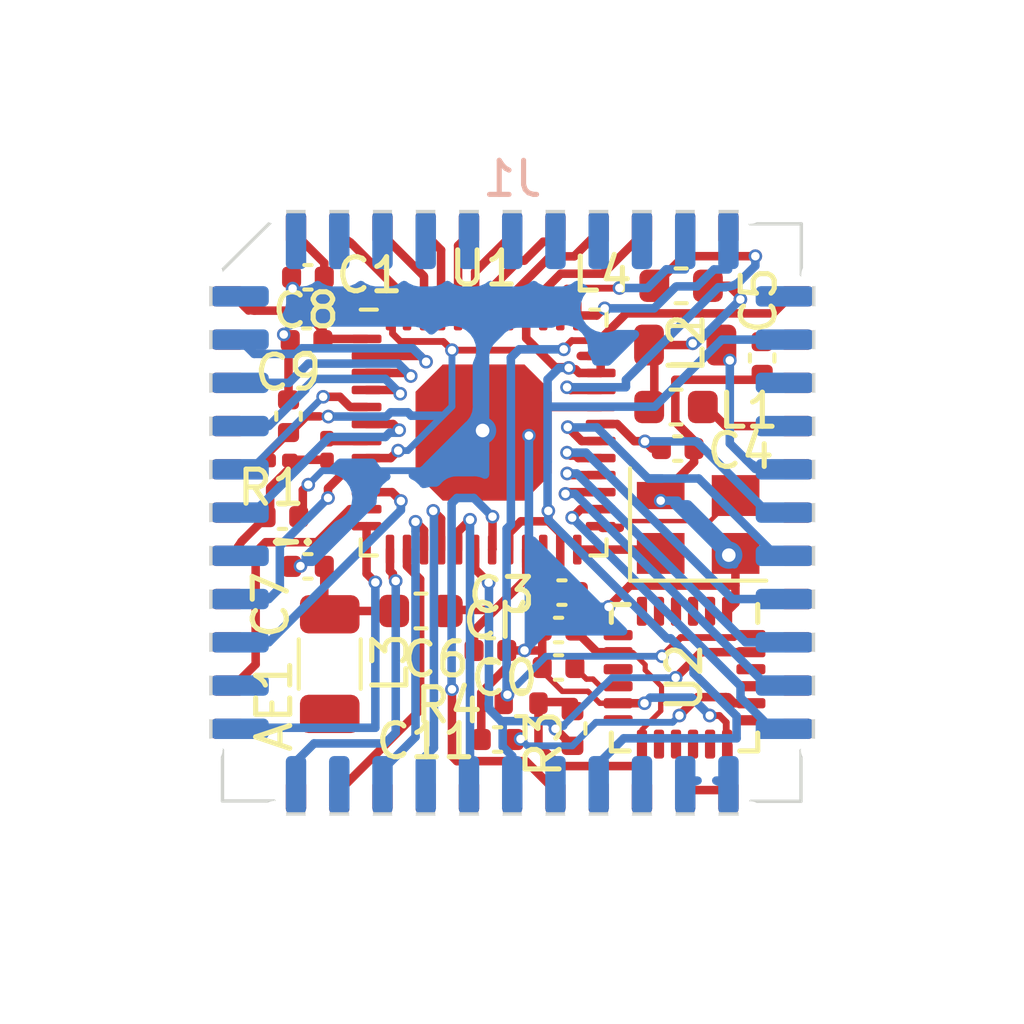
<source format=kicad_pcb>
(kicad_pcb (version 20210424) (generator pcbnew)
  (layers (0 "F.Cu" signal) (31 "B.Cu" signal) (34 "B.Paste" user) (35 "F.Paste" user) (36 "B.SilkS" user "B.Silkscreen") (37 "F.SilkS" user "F.Silkscreen") (38 "B.Mask" user) (39 "F.Mask" user) (44 "Edge.Cuts" user))
  (net 0 "")
  (net 1 "Net-(AE1-Pad1)")
  (net 2 "GND")
  (net 3 "/+3.3v")
  (net 4 "/RST")
  (net 5 "/FB")
  (net 6 "/PA15")
  (net 7 "/PA14")
  (net 8 "/PA13")
  (net 9 "/D+")
  (net 10 "/D-")
  (net 11 "/PA10")
  (net 12 "/10uh")
  (net 13 "/2.2uh")
  (net 14 "/PE4")
  (net 15 "/PB1")
  (net 16 "/PB0")
  (net 17 "/AT1")
  (net 18 "/AT0")
  (net 19 "/PB2")
  (net 20 "/PA9")
  (net 21 "/PA8")
  (net 22 "/PA7")
  (net 23 "/PA6")
  (net 24 "/PA5")
  (net 25 "/PA4")
  (net 26 "/PA3")
  (net 27 "/PA2")
  (net 28 "/PA1")
  (net 29 "/PA0")
  (net 30 "/PB9")
  (net 31 "/PB8")
  (net 32 "/PH3")
  (net 33 "/PC15")
  (net 34 "/PC14")
  (net 35 "/VBAT")
  (net 36 "/PB7")
  (net 37 "/PB6")
  (net 38 "/PB5")
  (net 39 "/PB4")
  (net 40 "/PB3")
  (net 41 "Net-(L1-Pad1)")
  (net 42 "Net-(R2-Pad2)")
  (net 43 "Net-(U1-Pad25)")
  (net 44 "Net-(U1-Pad24)")
  (net 45 "Net-(C11-Pad1)")
  (net 46 "Net-(C12-Pad1)")
  (net 47 "Net-(C6-Pad2)")
  (net 48 "/i2c_pull")
  (net 49 "Net-(L4-Pad1)")
  (net 50 "Net-(U2-Pad12)")
  (net 51 "Net-(U2-Pad9)")
  (net 52 "Net-(U2-Pad7)")
  (net 53 "Net-(U2-Pad6)")
  (footprint "MountingHole:MountingHole_2.1mm" (layer "F.Cu") (at 152.25 137.37)
    (fp_text reference "REF**")
    (fp_text value "MountingHole_2.1mm")
  )
  (footprint "Capacitor_SMD:C_0402_1005Metric" (layer "F.Cu") (at 140.5 123.5 180)
    (fp_text reference "C8")
    (fp_text value "100nf")
  )
  (footprint "MountingHole:MountingHole_2.1mm" (layer "F.Cu") (at 155.37 124.1 90)
    (fp_text reference "REF**")
    (fp_text value "MountingHole_2.1mm")
  )
  (footprint "MountingHole:MountingHole_2.1mm" (layer "F.Cu") (at 137.68 134.27 90)
    (fp_text reference "REF**")
    (fp_text value "MountingHole_2.1mm")
  )
  (footprint "MountingHole:MountingHole_2.1mm" (layer "F.Cu") (at 144.63 119.71)
    (fp_text reference "REF**")
    (fp_text value "MountingHole_2.1mm")
  )
  (footprint "MountingHole:MountingHole_2.1mm" (layer "F.Cu") (at 140.82 119.71)
    (fp_text reference "REF**")
    (fp_text value "MountingHole_2.1mm")
  )
  (footprint "Capacitor_SMD:C_0201_0603Metric" (layer "F.Cu") (at 139.69 127.02)
    (fp_text reference "R1")
    (fp_text value "10K")
  )
  (footprint "Capacitor_SMD:C_0402_1005Metric" (layer "F.Cu") (at 139.79 128.67)
    (fp_text reference "C2")
    (fp_text value "100nf")
  )
  (footprint "Inductor_SMD:L_0603_1608Metric" (layer "F.Cu") (at 143.86 131.44)
    (fp_text reference "L3")
    (fp_text value "2.2nh")
  )
  (footprint "Inductor_SMD:L_0603_1608Metric" (layer "F.Cu") (at 151.35 125.45)
    (fp_text reference "L1")
    (fp_text value "10uh")
  )
  (footprint "MountingHole:MountingHole_2.1mm" (layer "F.Cu") (at 155.37 127.92 90)
    (fp_text reference "REF**")
    (fp_text value "MountingHole_2.1mm")
  )
  (footprint "MountingHole:MountingHole_2.1mm" (layer "F.Cu") (at 150.99 137.37)
    (fp_text reference "REF**")
    (fp_text value "MountingHole_2.1mm")
  )
  (footprint "MountingHole:MountingHole_2.1mm" (layer "F.Cu") (at 150.99 119.71)
    (fp_text reference "REF**")
    (fp_text value "MountingHole_2.1mm")
  )
  (footprint "MountingHole:MountingHole_2.1mm" (layer "F.Cu") (at 148.44 119.71)
    (fp_text reference "REF**")
    (fp_text value "MountingHole_2.1mm")
  )
  (footprint "Package_LCC:PLCC-44_16.6x16.6mm_P1.27mm" (layer "F.Cu") (at 146.54 128.55)
    (fp_text reference "J1")
    (fp_text value "Conn_02x22_Counter_Clockwise")
  )
  (footprint "MountingHole:MountingHole_2.1mm" (layer "F.Cu") (at 137.68 132.99 90)
    (fp_text reference "REF**")
    (fp_text value "MountingHole_2.1mm")
  )
  (footprint "MountingHole:MountingHole_2.1mm" (layer "F.Cu") (at 155.37 129.18 90)
    (fp_text reference "REF**")
    (fp_text value "MountingHole_2.1mm")
  )
  (footprint "Capacitor_SMD:C_0402_1005Metric" (layer "F.Cu") (at 147.9 132)
    (fp_text reference "CΙ'")
    (fp_text value "10nf")
  )
  (footprint "MountingHole:MountingHole_2.1mm" (layer "F.Cu") (at 137.68 135.54 90)
    (fp_text reference "REF**")
    (fp_text value "MountingHole_2.1mm")
  )
  (footprint "Capacitor_SMD:C_0402_1005Metric" (layer "F.Cu") (at 140.54 130.13 180)
    (fp_text reference "C7")
    (fp_text value "1pf")
  )
  (footprint "MountingHole:MountingHole_2.1mm" (layer "F.Cu") (at 137.68 130.46 90)
    (fp_text reference "REF**")
    (fp_text value "MountingHole_2.1mm")
  )
  (footprint "MountingHole:MountingHole_2.1mm" (layer "F.Cu") (at 153.54 137.38)
    (fp_text reference "REF**")
    (fp_text value "MountingHole_2.1mm")
  )
  (footprint "Resistor_SMD:R_0402_1005Metric" (layer "F.Cu") (at 146.8 134.15 180)
    (fp_text reference "R4")
    (fp_text value "4.7k")
  )
  (footprint "MountingHole:MountingHole_2.1mm" (layer "F.Cu") (at 147.17 137.37)
    (fp_text reference "REF**")
    (fp_text value "MountingHole_2.1mm")
  )
  (footprint "Capacitor_SMD:C_0402_1005Metric" (layer "F.Cu") (at 153.88 124.01 -90)
    (fp_text reference "C5")
    (fp_text value "100nf")
  )
  (footprint "MountingHole:MountingHole_2.1mm" (layer "F.Cu") (at 139.55 119.71)
    (fp_text reference "REF**")
    (fp_text value "MountingHole_2.1mm")
  )
  (footprint "Inductor_SMD:L_0603_1608Metric" (layer "F.Cu") (at 151.5 121.89)
    (fp_text reference "L4")
    (fp_text value "10nh")
  )
  (footprint "MountingHole:MountingHole_2.1mm" (layer "F.Cu") (at 155.37 126.65 90)
    (fp_text reference "REF**")
    (fp_text value "MountingHole_2.1mm")
  )
  (footprint "MountingHole:MountingHole_2.1mm" (layer "F.Cu") (at 137.68 122.84 90)
    (fp_text reference "REF**")
    (fp_text value "MountingHole_2.1mm")
  )
  (footprint "Resistor_SMD:R_0402_1005Metric" (layer "F.Cu") (at 148.31 134.89 90)
    (fp_text reference "R3")
    (fp_text value "4.7k")
  )
  (footprint "Capacitor_SMD:C_0402_1005Metric" (layer "F.Cu") (at 151.4 126.67)
    (fp_text reference "C4")
    (fp_text value "4.7uf")
  )
  (footprint "Sensor_Motion:InvenSense_QFN-24_4x4mm_P0.5mm" (layer "F.Cu") (at 151.6 133.4 -90)
    (fp_text reference "U2")
    (fp_text value "MPU-6050")
  )
  (footprint "MountingHole:MountingHole_2.1mm" (layer "F.Cu") (at 142.1 119.71)
    (fp_text reference "REF**")
    (fp_text value "MountingHole_2.1mm")
  )
  (footprint "MountingHole:MountingHole_2.1mm" (layer "F.Cu") (at 137.68 131.73 90)
    (fp_text reference "REF**")
    (fp_text value "MountingHole_2.1mm")
  )
  (footprint "MountingHole:MountingHole_2.1mm" (layer "F.Cu") (at 143.36 119.71)
    (fp_text reference "REF**")
    (fp_text value "MountingHole_2.1mm")
  )
  (footprint "MountingHole:MountingHole_2.1mm" (layer "F.Cu") (at 148.44 137.37)
    (fp_text reference "REF**")
    (fp_text value "MountingHole_2.1mm")
  )
  (footprint "MountingHole:MountingHole_2.1mm" (layer "F.Cu") (at 137.68 125.38 90)
    (fp_text reference "REF**")
    (fp_text value "MountingHole_2.1mm")
  )
  (footprint "MountingHole:MountingHole_2.1mm" (layer "F.Cu") (at 145.91 137.37)
    (fp_text reference "REF**")
    (fp_text value "MountingHole_2.1mm")
  )
  (footprint "Capacitor_SMD:C_0402_1005Metric" (layer "F.Cu") (at 140.54 121.64 180)
    (fp_text reference "C1")
    (fp_text value "100nf")
  )
  (footprint "MountingHole:MountingHole_2.1mm" (layer "F.Cu") (at 137.68 129.18 90)
    (fp_text reference "REF**")
    (fp_text value "MountingHole_2.1mm")
  )
  (footprint "MountingHole:MountingHole_2.1mm" (layer "F.Cu") (at 155.37 132.99 90)
    (fp_text reference "REF**")
    (fp_text value "MountingHole_2.1mm")
  )
  (footprint "MountingHole:MountingHole_2.1mm" (layer "F.Cu") (at 144.63 137.37)
    (fp_text reference "REF**")
    (fp_text value "MountingHole_2.1mm")
  )
  (footprint "Inductor_SMD:L_0805_2012Metric" (layer "F.Cu") (at 151.62 123.63)
    (fp_text reference "L2")
    (fp_text value "2.2uh")
  )
  (footprint "MountingHole:MountingHole_2.1mm" (layer "F.Cu") (at 147.17 119.71)
    (fp_text reference "REF**")
    (fp_text value "MountingHole_2.1mm")
  )
  (footprint "MountingHole:MountingHole_2.1mm" (layer "F.Cu") (at 153.54 119.72)
    (fp_text reference "REF**")
    (fp_text value "MountingHole_2.1mm")
  )
  (footprint "Capacitor_SMD:C_0402_1005Metric" (layer "F.Cu") (at 147.9 133.1 180)
    (fp_text reference "C0")
    (fp_text value "0.1uf")
  )
  (footprint "MountingHole:MountingHole_2.1mm" (layer "F.Cu") (at 137.69 121.55 90)
    (fp_text reference "REF**")
    (fp_text value "MountingHole_2.1mm")
  )
  (footprint "MountingHole:MountingHole_2.1mm" (layer "F.Cu") (at 137.68 127.92 90)
    (fp_text reference "REF**")
    (fp_text value "MountingHole_2.1mm")
  )
  (footprint "MountingHole:MountingHole_2.1mm" (layer "F.Cu") (at 155.38 121.55 90)
    (fp_text reference "REF**")
    (fp_text value "MountingHole_2.1mm")
  )
  (footprint "Crystal:Crystal_SMD_3225-4Pin_3.2x2.5mm" (layer "F.Cu") (at 152 128.9)
    (fp_text reference "Y1")
    (fp_text value "Crystal_GND24")
  )
  (footprint "MountingHole:MountingHole_2.1mm" (layer "F.Cu") (at 137.68 124.1 90)
    (fp_text reference "REF**")
    (fp_text value "MountingHole_2.1mm")
  )
  (footprint "MountingHole:MountingHole_2.1mm" (layer "F.Cu") (at 155.37 135.54 90)
    (fp_text reference "REF**")
    (fp_text value "MountingHole_2.1mm")
  )
  (footprint "MountingHole:MountingHole_2.1mm" (layer "F.Cu") (at 155.37 122.84 90)
    (fp_text reference "REF**")
    (fp_text value "MountingHole_2.1mm")
  )
  (footprint "Capacitor_SMD:C_0402_1005Metric" (layer "F.Cu") (at 139.97 125.72 -90)
    (fp_text reference "C9")
    (fp_text value "100nf")
  )
  (footprint "Capacitor_SMD:C_0402_1005Metric" (layer "F.Cu") (at 146.11 135.215 180)
    (fp_text reference "C11")
    (fp_text value "100nf")
  )
  (footprint "Capacitor_SMD:C_0402_1005Metric" (layer "F.Cu") (at 145.9 132.6 180)
    (fp_text reference "C6")
    (fp_text value "1.5pf")
  )
  (footprint "MountingHole:MountingHole_2.1mm" (layer "F.Cu") (at 140.82 137.37)
    (fp_text reference "REF**")
    (fp_text value "MountingHole_2.1mm")
  )
  (footprint "Package_DFN_QFN:QFN-48-1EP_7x7mm_P0.5mm_EP5.6x5.6mm" (layer "F.Cu") (at 145.7 126.2)
    (fp_text reference "U1")
    (fp_text value "STM32WB55CCU6")
  )
  (footprint "MountingHole:MountingHole_2.1mm" (layer "F.Cu") (at 137.68 126.65 90)
    (fp_text reference "REF**")
    (fp_text value "MountingHole_2.1mm")
  )
  (footprint "MountingHole:MountingHole_2.1mm" (layer "F.Cu") (at 143.36 137.37)
    (fp_text reference "REF**")
    (fp_text value "MountingHole_2.1mm")
  )
  (footprint "MountingHole:MountingHole_2.1mm" (layer "F.Cu") (at 155.37 125.38 90)
    (fp_text reference "REF**")
    (fp_text value "MountingHole_2.1mm")
  )
  (footprint "MountingHole:MountingHole_2.1mm" (layer "F.Cu") (at 155.37 134.27 90)
    (fp_text reference "REF**")
    (fp_text value "MountingHole_2.1mm")
  )
  (footprint "MountingHole:MountingHole_2.1mm" (layer "F.Cu") (at 155.37 131.73 90)
    (fp_text reference "REF**")
    (fp_text value "MountingHole_2.1mm")
  )
  (footprint "Capacitor_SMD:C_0402_1005Metric" (layer "F.Cu") (at 148 130.9 180)
    (fp_text reference "C3")
    (fp_text value "100nf")
  )
  (footprint "MountingHole:MountingHole_2.1mm" (layer "F.Cu") (at 155.37 130.46 90)
    (fp_text reference "REF**")
    (fp_text value "MountingHole_2.1mm")
  )
  (footprint "MountingHole:MountingHole_2.1mm" (layer "F.Cu") (at 142.1 137.37)
    (fp_text reference "REF**")
    (fp_text value "MountingHole_2.1mm")
  )
  (footprint "MountingHole:MountingHole_2.1mm" (layer "F.Cu") (at 149.71 119.71)
    (fp_text reference "REF**")
    (fp_text value "MountingHole_2.1mm")
  )
  (footprint "MountingHole:MountingHole_2.1mm" (layer "F.Cu") (at 145.91 119.71)
    (fp_text reference "REF**")
    (fp_text value "MountingHole_2.1mm")
  )
  (footprint "MountingHole:MountingHole_2.1mm" (layer "F.Cu") (at 149.71 137.37)
    (fp_text reference "REF**")
    (fp_text value "MountingHole_2.1mm")
  )
  (footprint "MountingHole:MountingHole_2.1mm" (layer "F.Cu") (at 152.25 119.71)
    (fp_text reference "REF**")
    (fp_text value "MountingHole_2.1mm")
  )
  (footprint "Resistor_SMD:R_0201_0603Metric" (layer "F.Cu") (at 141.1 126.7 90)
    (fp_text reference "R2")
    (fp_text value "220")
  )
  (footprint "Resistor_SMD:R_1206_3216Metric" (layer "F.Cu") (at 141.18 133 -90)
    (fp_text reference "AE1")
    (fp_text value "Antenna")
  )
  (footprint "MountingHole:MountingHole_2.1mm" (layer "F.Cu") (at 139.55 137.37)
    (fp_text reference "REF**")
    (fp_text value "MountingHole_2.1mm")
  )
  (gr_line (start 139.54 137.4) (end 139.54 137.02) (layer "Edge.Cuts") (width 0.1))
  (gr_line (start 155.03 120.07) (end 153.53 120.07) (layer "Edge.Cuts") (width 0.1))
  (gr_line (start 138.03 135.53) (end 137.69 135.53) (layer "Edge.Cuts") (width 0.1))
  (gr_line (start 139.54 137.02) (end 138.03 137.02) (layer "Edge.Cuts") (width 0.1))
  (gr_line (start 155.385 135.54) (end 155.395 121.56) (layer "Edge.Cuts") (width 0.1))
  (gr_line (start 153.55 137.4) (end 153.55 137.03) (layer "Edge.Cuts") (width 0.1))
  (gr_line (start 139.76 119.71) (end 153.53 119.71) (layer "Edge.Cuts") (width 0.1))
  (gr_line (start 153.55 137.03) (end 155.02 137.03) (layer "Edge.Cuts") (width 0.1))
  (gr_line (start 155.02 135.54) (end 155.385 135.54) (layer "Edge.Cuts") (width 0.1))
  (gr_line (start 155.02 135.54) (end 155.02 137.03) (layer "Edge.Cuts") (width 0.1))
  (gr_line (start 137.69 121.76) (end 139.76 119.71) (layer "Edge.Cuts") (width 0.1))
  (gr_line (start 155.03 121.56) (end 155.03 120.07) (layer "Edge.Cuts") (width 0.1))
  (gr_line (start 155.395 121.56) (end 155.03 121.56) (layer "Edge.Cuts") (width 0.1))
  (gr_line (start 137.69 135.53) (end 137.69 121.76) (layer "Edge.Cuts") (width 0.1))
  (gr_line (start 153.55 137.4) (end 139.54 137.4) (layer "Edge.Cuts") (width 0.1))
  (gr_line (start 138.03 135.53) (end 138.03 137.02) (layer "Edge.Cuts") (width 0.1))
  (gr_line (start 153.53 120.07) (end 153.53 119.71) (layer "Edge.Cuts") (width 0.1))
  (gr_text "!" (at 140.13 129.41 90) (layer "F.SilkS") (effects (font (size 1 1))))
  (segment (start 141.18 131.5375) (end 141.508448 131.209052) (width 0.25) (layer "F.Cu") (net 1))
  (segment (start 141.770298 131.44) (end 141.530298 131.2) (width 0.25) (layer "F.Cu") (net 1))
  (segment (start 141.02 130.13) (end 141.02 131.375624) (width 0.25) (layer "F.Cu") (net 1))
  (segment (start 143.0725 131.44) (end 141.770298 131.44) (width 0.25) (layer "F.Cu") (net 1))
  (segment (start 141.18 131.5375) (end 141.021328 131.378828) (width 0.25) (layer "F.Cu") (net 1))
  (arc (start 141.418649 131.298851) (mid 141.528142 131.22569) (end 141.657297 131.2) (width 0.25) (layer "F.Cu") (net 1))
  (arc (start 141.657297 131.2) (mid 141.528141 131.225691) (end 141.418648 131.298851) (width 0.25) (layer "F.Cu") (net 1))
  (arc (start 141.066863 131.424363) (mid 141.032179 131.372455) (end 141.02 131.311226) (width 0.25) (layer "F.Cu") (net 1))
  (arc (start 141.02 131.311226) (mid 141.032179 131.372455) (end 141.066863 131.424363) (width 0.25) (layer "F.Cu") (net 1))
  (segment (start 151.634142 136.7) (end 152.875858 136.7) (width 0.25) (layer "F.Cu") (net 2))
  (segment (start 149.65 134.15) (end 150.42499 134.15) (width 0.25) (layer "F.Cu") (net 2))
  (segment (start 147.45 130.83) (end 147.45 129.6375) (width 0.25) (layer "F.Cu") (net 2))
  (segment (start 146.9 132.6) (end 147.391716 132.6) (width 0.25) (layer "F.Cu") (net 2))
  (segment (start 149.65 134.15) (end 149.112948 134.15) (width 0.16) (layer "F.Cu") (net 2))
  (segment (start 145.63 133.839448) (end 146.367025 133.102423) (width 0.25) (layer "F.Cu") (net 2))
  (segment (start 152.625956 134.513114) (end 152.623754 134.510912) (width 0.2) (layer "F.Cu") (net 2))
  (segment (start 154.7 124.74) (end 154.137341 124.74) (width 0.25) (layer "F.Cu") (net 2))
  (segment (start 146.38 132.6) (end 146.9 132.6) (width 0.25) (layer "F.Cu") (net 2))
  (segment (start 139.97 125.24) (end 139.97 123.546278) (width 0.25) (layer "F.Cu") (net 2))
  (segment (start 145.63 135.215) (end 145.63 133.839448) (width 0.25) (layer "F.Cu") (net 2))
  (segment (start 152.623754 134.510912) (end 152.34129 134.510912) (width 0.2) (layer "F.Cu") (net 2))
  (segment (start 153.094808 130.695192) (end 153.094808 129.757343) (width 0.25) (layer "F.Cu") (net 2))
  (segment (start 149.1375 125.45) (end 146.468346 125.45) (width 0.25) (layer "F.Cu") (net 2))
  (segment (start 152.85 135.35) (end 152.82499 135.32499) (width 0.2) (layer "F.Cu") (net 2))
  (segment (start 152.85 131.45) (end 153.094808 131.205192) (width 0.25) (layer "F.Cu") (net 2))
  (segment (start 147.52 130.9) (end 147.45 130.83) (width 0.25) (layer "F.Cu") (net 2))
  (segment (start 153.094808 130.695192) (end 149.994808 130.695192) (width 0.25) (layer "F.Cu") (net 2))
  (segment (start 149.112948 134.15) (end 148.762948 133.8) (width 0.16) (layer "F.Cu") (net 2))
  (segment (start 152.89 136.71) (end 152.89 135.386045) (width 0.25) (layer "F.Cu") (net 2))
  (segment (start 153.88 124.49) (end 154.124808 124.734808) (width 0.25) (layer "F.Cu") (net 2))
  (segment (start 153.72001 124.64999) (end 151.330014 124.64999) (width 0.25) (layer "F.Cu") (net 2))
  (segment (start 152.82499 134.712148) (end 152.625956 134.513114) (width 0.2) (layer "F.Cu") (net 2))
  (segment (start 140.39 127.89) (end 140.55 127.73) (width 0.25) (layer "F.Cu") (net 2))
  (segment (start 151.88 127.07) (end 150.9 128.05) (width 0.25) (layer "F.Cu") (net 2))
  (segment (start 146.3762 133.093248) (end 146.3762 132.605374) (width 0.25) (layer "F.Cu") (net 2))
  (segment (start 140.39 128.68) (end 140.39 127.89) (width 0.25) (layer "F.Cu") (net 2))
  (segment (start 149.994808 130.695192) (end 149.37 131.32) (width 0.25) (layer "F.Cu") (net 2))
  (segment (start 151.62 136.71) (end 151.627071 136.702929) (width 0.25) (layer "F.Cu") (net 2))
  (segment (start 153.094808 131.205192) (end 153.094808 130.695192) (width 0.25) (layer "F.Cu") (net 2))
  (segment (start 153.88 124.49) (end 153.72001 124.64999) (width 0.25) (layer "F.Cu") (net 2))
  (segment (start 147.42 132.62) (end 147.42 130.998485) (width 0.25) (layer "F.Cu") (net 2))
  (segment (start 147.52 130.9) (end 147.418929 131.001072) (width 0.25) (layer "F.Cu") (net 2))
  (segment (start 151.88 126.67) (end 151.88 127.07) (width 0.25) (layer "F.Cu") (net 2))
  (segment (start 152.82499 135.32499) (end 152.82499 134.712148) (width 0.2) (layer "F.Cu") (net 2))
  (segment (start 147.42 133.1) (end 147.42 132.62) (width 0.25) (layer "F.Cu") (net 2))
  (segment (start 146.367025 133.102423) (end 146.3762 133.093248) (width 0.25) (layer "F.Cu") (net 2))
  (segment (start 151.330007 125.886501) (end 151.872741 126.429235) (width 0.25) (layer "F.Cu") (net 2))
  (segment (start 151.330007 124.649993) (end 151.330007 125.886501) (width 0.25) (layer "F.Cu") (net 2))
  (segment (start 148.762948 133.8) (end 148.01001 133.8) (width 0.16) (layer "F.Cu") (net 2))
  (segment (start 148.01001 133.8) (end 147.42 133.20999) (width 0.16) (layer "F.Cu") (net 2))
  (via (at 152.9 129.8) (size 0.8) (drill 0.4) (layers "F.Cu" "B.Cu") (net 2))
  (via (at 150.9 128.2) (size 0.4) (drill 0.25) (layers "F.Cu" "B.Cu") (net 2))
  (via (at 140.55 127.73) (size 0.4) (drill 0.25) (layers "F.Cu" "B.Cu") (net 2))
  (via (at 146.9 132.6) (size 0.4) (drill 0.25) (layers "F.Cu" "B.Cu") (net 2))
  (via (at 140.32 130.12) (size 0.4) (drill 0.25) (layers "F.Cu" "B.Cu") (net 2))
  (via (at 145.67 126.14) (size 0.8) (drill 0.4) (layers "F.Cu" "B.Cu") (net 2))
  (via (at 149.37 131.32) (size 0.4) (drill 0.25) (layers "F.Cu" "B.Cu") (net 2))
  (via (at 147.03 126.29) (size 0.4) (drill 0.25) (layers "F.Cu" "B.Cu") (net 2))
  (via (at 139.83 123.32) (size 0.4) (drill 0.25) (layers "F.Cu" "B.Cu") (net 2))
  (via (at 152.34 134.51) (size 0.4) (drill 0.25) (layers "F.Cu" "B.Cu") (net 2))
  (via (at 150.42499 134.15) (size 0.4) (drill 0.25) (layers "F.Cu" "B.Cu") (net 2))
  (via (at 140.09 121.97) (size 0.4) (drill 0.25) (layers "F.Cu" "B.Cu") (net 2))
  (arc (start 154.233553 124.74) (mid 154.137882 124.72097) (end 154.056776 124.666777) (width 0.25) (layer "F.Cu") (net 2))
  (arc (start 151.62 136.71) (mid 151.62 136.71) (end 151.62 136.71) (width 0.25) (layer "F.Cu") (net 2))
  (arc (start 152.89 136.71) (mid 152.89 136.71) (end 152.89 136.71) (width 0.25) (layer "F.Cu") (net 2))
  (arc (start 152.89 136.71) (mid 152.89 136.71) (end 152.89 136.71) (width 0.25) (layer "F.Cu") (net 2))
  (arc (start 139.97 123.570711) (mid 139.973806 123.551577) (end 139.984645 123.535356) (width 0.25) (layer "F.Cu") (net 2))
  (arc (start 151.330014 124.64999) (mid 151.33001 124.649991) (end 151.330007 124.649993) (width 0.25) (layer "F.Cu") (net 2))
  (arc (start 152.623754 134.510912) (mid 152.622744 134.510237) (end 152.621553 134.51) (width 0.2) (layer "F.Cu") (net 2))
  (arc (start 152.34129 134.510912) (mid 152.340941 134.510843) (end 152.340645 134.510645) (width 0.2) (layer "F.Cu") (net 2))
  (arc (start 146.76066 125.45) (mid 146.473647 125.50709) (end 146.23033 125.66967) (width 0.25) (layer "F.Cu") (net 2))
  (arc (start 146.3762 132.605374) (mid 146.376489 132.60392) (end 146.377313 132.602687) (width 0.25) (layer "F.Cu") (net 2))
  (arc (start 151.627071 136.702929) (mid 151.630315 136.700761) (end 151.634142 136.7) (width 0.25) (layer "F.Cu") (net 2))
  (arc (start 146.3762 133.093248) (mid 146.379012 133.089039) (end 146.38 133.084074) (width 0.25) (layer "F.Cu") (net 2))
  (arc (start 151.718911 126.275405) (mid 151.838134 126.453835) (end 151.88 126.664308) (width 0.25) (layer "F.Cu") (net 2))
  (arc (start 151.62 136.71) (mid 151.62 136.71) (end 151.62 136.71) (width 0.25) (layer "F.Cu") (net 2))
  (arc (start 147.42 131.041421) (mid 147.427612 131.003153) (end 147.449289 130.97071) (width 0.25) (layer "F.Cu") (net 2))
  (arc (start 152.875858 136.7) (mid 152.879685 136.700761) (end 152.882929 136.702929) (width 0.25) (layer "F.Cu") (net 2))
  (arc (start 147.391716 132.6) (mid 147.39937 132.601522) (end 147.405858 132.605858) (width 0.25) (layer "F.Cu") (net 2))
  (arc (start 147.449289 130.970711) (mid 147.427612 131.003153) (end 147.42 131.041421) (width 0.25) (layer "F.Cu") (net 2))
  (arc (start 154.056777 124.666777) (mid 154.137883 124.72097) (end 154.233553 124.74) (width 0.25) (layer "F.Cu") (net 2))
  (segment (start 151.597451 128.387452) (end 151.917451 128.707452) (width 0.25) (layer "B.Cu") (net 2))
  (segment (start 144.49 127.32) (end 145.67 126.14) (width 0.2) (layer "B.Cu") (net 2))
  (segment (start 147.03 132.416153) (end 147.03 126.29) (width 0.25) (layer "B.Cu") (net 2))
  (segment (start 142.53 127.91) (end 142.53 127.32) (width 0.25) (layer "B.Cu") (net 2))
  (segment (start 150.42499 134.15) (end 150.589991 133.984999) (width 0.25) (layer "B.Cu") (net 2))
  (segment (start 140.96 127.32) (end 141.24 127.32) (width 0.2) (layer "B.Cu") (net 2))
  (segment (start 142.53 127.32) (end 141.24 127.32) (width 0.2) (layer "B.Cu") (net 2))
  (segment (start 151.960436 128.748465) (end 152.063311 128.807861) (width 0.25) (layer "B.Cu") (net 2))
  (segment (start 140.55 127.73) (end 140.96 127.32) (width 0.2) (layer "B.Cu") (net 2))
  (segment (start 152.34 134.51) (end 152.39 134.56) (width 0.25) (layer "B.Cu") (net 2))
  (segment (start 148.02 131.48) (end 148.169949 131.330051) (width 0.25) (layer "B.Cu") (net 2))
  (segment (start 150.589991 133.984999) (end 151.814999 133.984999) (width 0.25) (layer "B.Cu") (net 2))
  (segment (start 151.917451 128.707452) (end 151.960436 128.748465) (width 0.25) (layer "B.Cu") (net 2))
  (segment (start 140.32 130.12) (end 142.53 127.91) (width 0.25) (layer "B.Cu") (net 2))
  (segment (start 150.9 128.2) (end 151.396106 128.2) (width 0.25) (layer "B.Cu") (net 2))
  (segment (start 146.9 132.6) (end 147.029902 132.470098) (width 0.25) (layer "B.Cu") (net 2))
  (segment (start 142.53 127.32) (end 144.49 127.32) (width 0.2) (layer "B.Cu") (net 2))
  (segment (start 151.814999 133.984999) (end 152.34 134.51) (width 0.25) (layer "B.Cu") (net 2))
  (segment (start 146.9 132.6) (end 148.02 131.48) (width 0.25) (layer "B.Cu") (net 2))
  (segment (start 149.37 131.32) (end 148.181876 131.32) (width 0.25) (layer "B.Cu") (net 2))
  (arc (start 148.246274 131.32) (mid 148.185045 131.332179) (end 148.133137 131.366863) (width 0.25) (layer "B.Cu") (net 2))
  (arc (start 151.144903 128.2) (mid 151.38982 128.248717) (end 151.597451 128.387452) (width 0.25) (layer "B.Cu") (net 2))
  (arc (start 146.991924 132.508076) (mid 147.020104 132.465901) (end 147.03 132.416153) (width 0.25) (layer "B.Cu") (net 2))
  (segment (start 144.514989 123.524989) (end 144.570001 123.580001) (width 0.2) (layer "F.Cu") (net 3))
  (segment (start 140.484999 125.725001) (end 140.888591 125.725001) (width 0.25) (layer "F.Cu") (net 3))
  (segment (start 139.99598 126.166152) (end 139.963279 126.174914) (width 0.25) (layer "F.Cu") (net 3))
  (segment (start 147.6 128.5) (end 147.603449 128.503449) (width 0.25) (layer "F.Cu") (net 3))
  (segment (start 147.95 130.362376) (end 148.324767 130.737143) (width 0.25) (layer "F.Cu") (net 3))
  (segment (start 143.256045 123.524989) (end 144.514989 123.524989) (width 0.2) (layer "F.Cu") (net 3))
  (segment (start 144.570001 123.580001) (end 144.77 123.78) (width 0.2) (layer "F.Cu") (net 3))
  (segment (start 147.95 129.6375) (end 147.95 130.362376) (width 0.25) (layer "F.Cu") (net 3))
  (segment (start 148.324767 130.737143) (end 148.37246 130.787745) (width 0.25) (layer "F.Cu") (net 3))
  (segment (start 141.02 121.22) (end 140.19 120.39) (width 0.25) (layer "F.Cu") (net 3))
  (segment (start 148.180822 124.280822) (end 147.802053 124.280822) (width 0.25) (layer "F.Cu") (net 3))
  (segment (start 147.301231 123.78) (end 144.77 123.78) (width 0.2) (layer "F.Cu") (net 3))
  (segment (start 142.95 122.7625) (end 143.02499 122.83749) (width 0.2) (layer "F.Cu") (net 3))
  (segment (start 148.402001 124.344999) (end 148.244999 124.344999) (width 0.25) (layer "F.Cu") (net 3))
  (segment (start 143.02499 123.293934) (end 143.256045 123.524989) (width 0.2) (layer "F.Cu") (net 3))
  (segment (start 146.95 123.428769) (end 146.95 122.7625) (width 0.25) (layer "F.Cu") (net 3))
  (segment (start 148.37246 130.787745) (end 148.441965 130.908131) (width 0.25) (layer "F.Cu") (net 3))
  (segment (start 149.1375 124.45) (end 149.1375 123.95) (width 0.25) (layer "F.Cu") (net 3))
  (segment (start 147.604877 128.806855) (end 147.604877 128.506897) (width 0.25) (layer "F.Cu") (net 3))
  (segment (start 148.48 130.9) (end 148.105233 130.525233) (width 0.25) (layer "F.Cu") (net 3))
  (segment (start 141.02 121.64) (end 141.02 121.22) (width 0.25) (layer "F.Cu") (net 3))
  (segment (start 148.507002 124.45) (end 148.402001 124.344999) (width 0.25) (layer "F.Cu") (net 3))
  (segment (start 139.97 126.2) (end 139.37 126.8) (width 0.25) (layer "F.Cu") (net 3))
  (segment (start 146.45 129.155868) (end 146.447957 129.153781) (width 0.25) (layer "F.Cu") (net 3))
  (segment (start 149.1375 123.95) (end 148.551714 123.95) (width 0.25) (layer "F.Cu") (net 3))
  (segment (start 147.140242 123.619011) (end 146.95 123.428769) (width 0.25) (layer "F.Cu") (net 3))
  (segment (start 148.441965 130.908131) (end 148.44248 130.910053) (width 0.25) (layer "F.Cu") (net 3))
  (segment (start 142.95 122.7625) (end 141.657302 122.7625) (width 0.25) (layer "F.Cu") (net 3))
  (segment (start 140.484999 125.725001) (end 140.149124 126.060876) (width 0.25) (layer "F.Cu") (net 3))
  (segment (start 147.95 129.6375) (end 147.95 129.151978) (width 0.25) (layer "F.Cu") (net 3))
  (segment (start 149.1375 124.45) (end 148.507002 124.45) (width 0.25) (layer "F.Cu") (net 3))
  (segment (start 141.02 122.14) (end 141.632031 122.752031) (width 0.25) (layer "F.Cu") (net 3))
  (segment (start 148.2 124.3) (end 148.180822 124.280822) (width 0.25) (layer "F.Cu") (net 3))
  (segment (start 146.795123 128.806855) (end 146.459392 129.142586) (width 0.25) (layer "F.Cu") (net 3))
  (segment (start 148.244999 124.344999) (end 148.2 124.3) (width 0.25) (layer "F.Cu") (net 3))
  (segment (start 146.45 129.6375) (end 146.45 129.155868) (width 0.25) (layer "F.Cu") (net 3))
  (segment (start 142.97 126.95) (end 143.19 126.73) (width 0.25) (layer "F.Cu") (net 3))
  (segment (start 140.149124 126.060876) (end 140.103932 126.103826) (width 0.25) (layer "F.Cu") (net 3))
  (segment (start 147.140242 123.619011) (end 147.04622 123.524989) (width 0.2) (layer "F.Cu") (net 3))
  (segment (start 147.802053 124.280822) (end 147.301231 123.78) (width 0.2) (layer "F.Cu") (net 3))
  (segment (start 141.02 121.64) (end 141.02 122.14) (width 0.25) (layer "F.Cu") (net 3))
  (segment (start 147.604877 128.806855) (end 146.795123 128.806855) (width 0.25) (layer "F.Cu") (net 3))
  (segment (start 147.95 129.151978) (end 147.604877 128.806855) (width 0.25) (layer "F.Cu") (net 3))
  (segment (start 143.02499 122.83749) (end 143.02499 123.293934) (width 0.2) (layer "F.Cu") (net 3))
  (segment (start 142.2625 126.95) (end 142.97 126.95) (width 0.25) (layer "F.Cu") (net 3))
  (segment (start 147.802053 124.280822) (end 147.140242 123.619011) (width 0.25) (layer "F.Cu") (net 3))
  (segment (start 140.103932 126.103826) (end 139.99598 126.166152) (width 0.25) (layer "F.Cu") (net 3))
  (segment (start 154.7 123.47) (end 153.936615 123.47) (width 0.25) (layer "F.Cu") (net 3))
  (via (at 143.19 126.73) (size 0.4) (drill 0.25) (layers "F.Cu" "B.Cu") (net 3))
  (via (at 141.14 125.73) (size 0.4) (drill 0.25) (layers "F.Cu" "B.Cu") (net 3))
  (via (at 144.77 123.78) (size 0.4) (drill 0.25) (layers "F.Cu" "B.Cu") (net 3))
  (via (at 148.2 124.3) (size 0.4) (drill 0.25) (layers "F.Cu" "B.Cu") (net 3))
  (via (at 147.6 128.5) (size 0.4) (drill 0.25) (layers "F.Cu" "B.Cu") (net 3))
  (arc (start 153.964853 123.47) (mid 153.941892 123.474567) (end 153.922427 123.487574) (width 0.25) (layer "F.Cu") (net 3))
  (arc (start 147.604877 128.506897) (mid 147.604506 128.505031) (end 147.603449 128.503448) (width 0.25) (layer "F.Cu") (net 3))
  (arc (start 147.603449 128.503449) (mid 147.604506 128.505031) (end 147.604877 128.506897) (width 0.25) (layer "F.Cu") (net 3))
  (segment (start 151.082002 132.244998) (end 147.6 128.762996) (width 0.25) (layer "B.Cu") (net 3))
  (segment (start 147.917158 124.3) (end 147.578114 124.639044) (width 0.25) (layer "B.Cu") (net 3))
  (segment (start 143.472842 126.73) (end 144.77 125.432842) (width 0.2) (layer "B.Cu") (net 3))
  (segment (start 147.578114 124.639044) (end 147.578114 127.057001) (width 0.25) (layer "B.Cu") (net 3))
  (segment (start 151.865001 133.265001) (end 151.865001 132.917997) (width 0.25) (layer "B.Cu") (net 3))
  (segment (start 143.19 126.73) (end 143.472842 126.73) (width 0.2) (layer "B.Cu") (net 3))
  (segment (start 143.572003 125.704999) (end 144.431448 125.704999) (width 0.25) (layer "B.Cu") (net 3))
  (segment (start 142.842996 125.73) (end 142.967998 125.604998) (width 0.25) (layer "B.Cu") (net 3))
  (segment (start 147.578114 128.478114) (end 147.6 128.5) (width 0.25) (layer "B.Cu") (net 3))
  (segment (start 147.578114 127.057001) (end 147.578114 128.478114) (width 0.25) (layer "B.Cu") (net 3))
  (segment (start 141.14 125.73) (end 142.842996 125.73) (width 0.25) (layer "B.Cu") (net 3))
  (segment (start 150.72641 125.44) (end 147.6 125.44) (width 0.25) (layer "B.Cu") (net 3))
  (segment (start 149.08 136.55) (end 149.08 135.915391) (width 0.25) (layer "B.Cu") (net 3))
  (segment (start 152.69641 123.47) (end 150.72641 125.44) (width 0.25) (layer "B.Cu") (net 3))
  (segment (start 142.967998 125.604998) (end 143.472002 125.604998) (width 0.25) (layer "B.Cu") (net 3))
  (segment (start 149.08 135.915391) (end 149.81539 135.180001) (width 0.25) (layer "B.Cu") (net 3))
  (segment (start 151.865001 132.917997) (end 151.192002 132.244998) (width 0.25) (layer "B.Cu") (net 3))
  (segment (start 143.472002 125.604998) (end 143.572003 125.704999) (width 0.25) (layer "B.Cu") (net 3))
  (segment (start 151.192002 132.244998) (end 151.082002 132.244998) (width 0.25) (layer "B.Cu") (net 3))
  (segment (start 149.81539 135.180001) (end 153.13 135.18) (width 0.25) (layer "B.Cu") (net 3))
  (segment (start 148.2 124.3) (end 147.917158 124.3) (width 0.25) (layer "B.Cu") (net 3))
  (segment (start 153.13 135.18) (end 153.13 134.53) (width 0.25) (layer "B.Cu") (net 3))
  (segment (start 144.77 125.432842) (end 144.77 123.78) (width 0.2) (layer "B.Cu") (net 3))
  (segment (start 147.6 128.762996) (end 147.6 128.5) (width 0.25) (layer "B.Cu") (net 3))
  (segment (start 154.54 123.47) (end 152.69641 123.47) (width 0.25) (layer "B.Cu") (net 3))
  (segment (start 153.13 134.53) (end 151.865001 133.265001) (width 0.25) (layer "B.Cu") (net 3))
  (segment (start 140.01 127.02) (end 140.01 127.24196) (width 0.25) (layer "F.Cu") (net 4))
  (segment (start 138.487566 129.555298) (end 138.417638 129.724119) (width 0.25) (layer "F.Cu") (net 4))
  (segment (start 139.43 128.68) (end 139.309636 128.68) (width 0.25) (layer "F.Cu") (net 4))
  (segment (start 140.01 127.02) (end 140.03 127) (width 0.25) (layer "F.Cu") (net 4))
  (segment (start 138.652284 129.337352) (end 138.589085 129.403363) (width 0.25) (layer "F.Cu") (net 4))
  (segment (start 138.589085 129.403363) (end 138.487566 129.555298) (width 0.25) (layer "F.Cu") (net 4))
  (segment (start 139.43 128.68) (end 139.43 127.832159) (width 0.25) (layer "F.Cu") (net 4))
  (segment (start 139.72598 127.52598) (end 139.43811 127.81385) (width 0.25) (layer "F.Cu") (net 4))
  (segment (start 138.417638 129.724119) (end 138.39786 129.823552) (width 0.25) (layer "F.Cu") (net 4))
  (segment (start 139.309636 128.68) (end 138.652284 129.337352) (width 0.25) (layer "F.Cu") (net 4))
  (segment (start 140.03 127) (end 141.071716 127) (width 0.25) (layer "F.Cu") (net 4))
  (segment (start 140.01 127.24196) (end 139.72598 127.52598) (width 0.25) (layer "F.Cu") (net 4))
  (segment (start 150.437623 126.459117) (end 150.647463 126.668957) (width 0.25) (layer "F.Cu") (net 5))
  (segment (start 150.428993 126.453015) (end 150.42904 126.45295) (width 0.25) (layer "F.Cu") (net 5))
  (segment (start 150.126037 126.453015) (end 150.428993 126.453015) (width 0.25) (layer "F.Cu") (net 5))
  (segment (start 149.1375 125.95) (end 149.623022 125.95) (width 0.25) (layer "F.Cu") (net 5))
  (segment (start 150.647463 126.668957) (end 150.92004 126.668957) (width 0.25) (layer "F.Cu") (net 5))
  (segment (start 149.623022 125.95) (end 150.126037 126.453015) (width 0.25) (layer "F.Cu") (net 5))
  (via (at 150.437623 126.459117) (size 0.4) (drill 0.25) (layers "F.Cu" "B.Cu") (net 5))
  (segment (start 152.18 126.69) (end 151.959168 126.469168) (width 0.25) (layer "B.Cu") (net 5))
  (segment (start 150.437623 126.459117) (end 151.942955 126.459117) (width 0.25) (layer "B.Cu") (net 5))
  (segment (start 151.959168 126.469168) (end 151.952061 126.462061) (width 0.25) (layer "B.Cu") (net 5))
  (segment (start 154.04 128.55) (end 152.18 126.69) (width 0.25) (layer "B.Cu") (net 5))
  (segment (start 150.437623 126.459117) (end 150.44473 126.466224) (width 0.25) (layer "B.Cu") (net 5))
  (segment (start 154.54 128.55) (end 154.04 128.55) (width 0.25) (layer "B.Cu") (net 5))
  (arc (start 151.853482 126.459117) (mid 151.941837 126.476692) (end 152.016741 126.526741) (width 0.25) (layer "B.Cu") (net 5))
  (arc (start 151.952061 126.462061) (mid 151.9488 126.459882) (end 151.944954 126.459117) (width 0.25) (layer "B.Cu") (net 5))
  (arc (start 150.44473 126.466224) (mid 150.447991 126.468403) (end 150.451837 126.469168) (width 0.25) (layer "B.Cu") (net 5))
  (segment (start 147.605032 120.594968) (end 147.451154 120.594968) (width 0.25) (layer "F.Cu") (net 6))
  (segment (start 147.81 120.39) (end 147.605032 120.594968) (width 0.25) (layer "F.Cu") (net 6))
  (segment (start 147.451154 120.594968) (end 146.896123 121.15) (width 0.25) (layer "F.Cu") (net 6))
  (segment (start 146.896123 121.15) (end 146.735198 121.15) (width 0.25) (layer "F.Cu") (net 6))
  (segment (start 146.735198 121.15) (end 145.963986 121.921212) (width 0.25) (layer "F.Cu") (net 6))
  (segment (start 145.95 122.7625) (end 145.95 121.940239) (width 0.25) (layer "F.Cu") (net 6))
  (arc (start 145.95 122.023259) (mid 145.966183 121.941901) (end 146.012269 121.872929) (width 0.25) (layer "F.Cu") (net 6))
  (segment (start 149.08 120.39) (end 148.995002 120.39) (width 0.25) (layer "F.Cu") (net 7))
  (segment (start 147.867554 121.044979) (end 147.637554 121.044979) (width 0.25) (layer "F.Cu") (net 7))
  (segment (start 147.637554 121.044979) (end 146.45 122.232533) (width 0.25) (layer "F.Cu") (net 7))
  (segment (start 147.887554 121.024979) (end 147.867554 121.044979) (width 0.25) (layer "F.Cu") (net 7))
  (segment (start 148.995002 120.39) (end 148.360023 121.024979) (width 0.25) (layer "F.Cu") (net 7))
  (segment (start 146.45 122.232533) (end 146.45 122.7625) (width 0.25) (layer "F.Cu") (net 7))
  (segment (start 148.360023 121.024979) (end 147.887554 121.024979) (width 0.25) (layer "F.Cu") (net 7))
  (segment (start 150.35 120.39) (end 149.20501 121.53499) (width 0.25) (layer "F.Cu") (net 8))
  (segment (start 147.963954 121.53499) (end 147.45 122.048944) (width 0.25) (layer "F.Cu") (net 8))
  (segment (start 147.45 122.048944) (end 147.45 122.7625) (width 0.25) (layer "F.Cu") (net 8))
  (segment (start 149.20501 121.53499) (end 147.963954 121.53499) (width 0.25) (layer "F.Cu") (net 8))
  (segment (start 147.95 122.15) (end 148.14 121.96) (width 0.2) (layer "F.Cu") (net 9))
  (segment (start 147.95 122.7625) (end 147.95 122.15) (width 0.2) (layer "F.Cu") (net 9))
  (segment (start 149.685858 121.954142) (end 149.681716 121.958284) (width 0.2) (layer "F.Cu") (net 9))
  (segment (start 148.14 121.96) (end 149.671716 121.96) (width 0.2) (layer "F.Cu") (net 9))
  (via (at 149.685858 121.954142) (size 0.4) (drill 0.25) (layers "F.Cu" "B.Cu") (net 9))
  (arc (start 149.671716 121.96) (mid 149.67937 121.958478) (end 149.685858 121.954142) (width 0.2) (layer "F.Cu") (net 9))
  (segment (start 149.685858 121.954142) (end 150.515858 121.954142) (width 0.25) (layer "B.Cu") (net 9))
  (segment (start 150.515858 121.954142) (end 151.062621 121.407379) (width 0.25) (layer "B.Cu") (net 9))
  (segment (start 151.062621 121.407379) (end 151.612621 121.407379) (width 0.25) (layer "B.Cu") (net 9))
  (segment (start 148.45 122.7625) (end 149.02185 122.7625) (width 0.25) (layer "F.Cu") (net 10))
  (segment (start 149.02185 122.7625) (end 149.231846 122.552504) (width 0.25) (layer "F.Cu") (net 10))
  (segment (start 149.231846 122.552504) (end 149.255178 122.552504) (width 0.25) (layer "F.Cu") (net 10))
  (via (at 149.255178 122.552504) (size 0.4) (drill 0.25) (layers "F.Cu" "B.Cu") (net 10))
  (segment (start 152.464727 121.410051) (end 151.967389 121.907389) (width 0.25) (layer "B.Cu") (net 10))
  (segment (start 149.255178 122.552504) (end 150.707496 122.552504) (width 0.25) (layer "B.Cu") (net 10))
  (segment (start 151.967389 121.907389) (end 151.366707 121.907389) (width 0.25) (layer "B.Cu") (net 10))
  (segment (start 150.707496 122.552504) (end 151.342636 121.917364) (width 0.25) (layer "B.Cu") (net 10))
  (segment (start 152.879949 121.410051) (end 152.464727 121.410051) (width 0.25) (layer "B.Cu") (net 10))
  (segment (start 148.067219 123.724036) (end 148.054054 123.755821) (width 0.2) (layer "F.Cu") (net 11))
  (segment (start 151.49 132.22) (end 150.94 132.77) (width 0.2) (layer "F.Cu") (net 11))
  (segment (start 154.2 122.7) (end 149.8875 122.7) (width 0.25) (layer "F.Cu") (net 11))
  (segment (start 153.125 132.15) (end 153.055 132.22) (width 0.2) (layer "F.Cu") (net 11))
  (segment (start 153.055 132.22) (end 151.49 132.22) (width 0.2) (layer "F.Cu") (net 11))
  (segment (start 153.55 132.15) (end 153.125 132.15) (width 0.2) (layer "F.Cu") (net 11))
  (segment (start 154.7 122.2) (end 154.2 122.7) (width 0.25) (layer "F.Cu") (net 11))
  (segment (start 149.08749 123.50001) (end 148.297951 123.50001) (width 0.2) (layer "F.Cu") (net 11))
  (segment (start 148.291245 123.50001) (end 148.067219 123.724036) (width 0.2) (layer "F.Cu") (net 11))
  (segment (start 148.297951 123.50001) (end 148.291245 123.50001) (width 0.2) (layer "F.Cu") (net 11))
  (segment (start 149.1375 123.45) (end 149.08749 123.50001) (width 0.2) (layer "F.Cu") (net 11))
  (segment (start 149.8875 122.7) (end 149.1375 123.45) (width 0.25) (layer "F.Cu") (net 11))
  (via (at 146.4 133.9) (size 0.4) (drill 0.25) (layers "F.Cu" "B.Cu") (net 11))
  (via (at 148.054054 123.755821) (size 0.4) (drill 0.25) (layers "F.Cu" "B.Cu") (net 11))
  (via (at 150.94 132.77) (size 0.4) (drill 0.25) (layers "F.Cu" "B.Cu") (net 11))
  (segment (start 146.744179 123.755821) (end 146.5 124) (width 0.25) (layer "B.Cu") (net 11))
  (segment (start 146.4 133.9) (end 147.53 132.77) (width 0.2) (layer "B.Cu") (net 11))
  (segment (start 146.5 124) (end 146.5 124.010824) (width 0.25) (layer "B.Cu") (net 11))
  (segment (start 146.4 133.9) (end 146.374999 133.874999) (width 0.25) (layer "B.Cu") (net 11))
  (segment (start 146.5 128.9) (end 146.5 124.010824) (width 0.25) (layer "B.Cu") (net 11))
  (segment (start 147.53 132.77) (end 150.94 132.77) (width 0.2) (layer "B.Cu") (net 11))
  (segment (start 148.054054 123.755821) (end 146.744179 123.755821) (width 0.25) (layer "B.Cu") (net 11))
  (segment (start 146.374999 133.874999) (end 146.374999 129.025001) (width 0.25) (layer "B.Cu") (net 11))
  (segment (start 146.374999 129.025001) (end 146.5 128.9) (width 0.25) (layer "B.Cu") (net 11))
  (segment (start 152.1475 125.35) (end 152.797103 125.999603) (width 0.25) (layer "F.Cu") (net 12))
  (segment (start 154.7 126.01) (end 152.822202 126.01) (width 0.25) (layer "F.Cu") (net 12))
  (via (at 152.93 124.08) (size 0.4) (drill 0.25) (layers "F.Cu" "B.Cu") (net 13))
  (segment (start 152.93 126.52) (end 152.93 124.08) (width 0.25) (layer "B.Cu") (net 13))
  (segment (start 153.679949 127.269949) (end 152.93 126.52) (width 0.25) (layer "B.Cu") (net 13))
  (arc (start 153.397107 126.987107) (mid 153.72153 127.20388) (end 154.104213 127.28) (width 0.25) (layer "B.Cu") (net 13))
  (segment (start 149.1375 126.45) (end 148.58 126.45) (width 0.25) (layer "F.Cu") (net 14))
  (segment (start 148.371133 126.241133) (end 148.17 126.04) (width 0.25) (layer "F.Cu") (net 14))
  (segment (start 148.58 126.45) (end 148.371133 126.241133) (width 0.25) (layer "F.Cu") (net 14))
  (via (at 148.17 126.04) (size 0.4) (drill 0.25) (layers "F.Cu" "B.Cu") (net 14))
  (segment (start 148.17 126.04) (end 148.177107 126.047107) (width 0.25) (layer "B.Cu") (net 14))
  (segment (start 154.288232 129.82) (end 152.018232 127.55) (width 0.25) (layer "B.Cu") (net 14))
  (segment (start 150.944214 127.55) (end 150.53 127.55) (width 0.25) (layer "B.Cu") (net 14))
  (segment (start 149.030051 126.050051) (end 148.184214 126.050051) (width 0.25) (layer "B.Cu") (net 14))
  (segment (start 152.018232 127.55) (end 151.604019 127.55) (width 0.25) (layer "B.Cu") (net 14))
  (segment (start 150.53 127.55) (end 149.030051 126.050051) (width 0.25) (layer "B.Cu") (net 14))
  (segment (start 151.604019 127.55) (end 150.544209 127.55) (width 0.25) (layer "B.Cu") (net 14))
  (segment (start 154.54 129.82) (end 154.288232 129.82) (width 0.25) (layer "B.Cu") (net 14))
  (arc (start 148.184214 126.050051) (mid 148.180368 126.049286) (end 148.177107 126.047107) (width 0.25) (layer "B.Cu") (net 14))
  (arc (start 148.177107 126.047107) (mid 148.180368 126.049286) (end 148.184214 126.050051) (width 0.25) (layer "B.Cu") (net 14))
  (segment (start 148.478926 126.95) (end 148.406079 126.877153) (width 0.25) (layer "F.Cu") (net 15))
  (segment (start 148.251001 126.877153) (end 148.163848 126.79) (width 0.25) (layer "F.Cu") (net 15))
  (segment (start 149.1375 126.95) (end 148.478926 126.95) (width 0.25) (layer "F.Cu") (net 15))
  (segment (start 148.163848 126.79) (end 148.15 126.79) (width 0.25) (layer "F.Cu") (net 15))
  (segment (start 148.406079 126.877153) (end 148.251001 126.877153) (width 0.25) (layer "F.Cu") (net 15))
  (via (at 148.15 126.79) (size 0.4) (drill 0.25) (layers "F.Cu" "B.Cu") (net 15))
  (segment (start 154.54 131.09) (end 153.00641 131.09) (width 0.25) (layer "B.Cu") (net 15))
  (segment (start 148.70641 126.79) (end 148.432842 126.79) (width 0.25) (layer "B.Cu") (net 15))
  (segment (start 153.00641 131.09) (end 148.70641 126.79) (width 0.25) (layer "B.Cu") (net 15))
  (segment (start 148.432842 126.79) (end 148.15 126.79) (width 0.25) (layer "B.Cu") (net 15))
  (segment (start 148.201922 127.45) (end 148.154077 127.402155) (width 0.25) (layer "F.Cu") (net 16))
  (segment (start 149.1375 127.45) (end 148.201922 127.45) (width 0.25) (layer "F.Cu") (net 16))
  (via (at 148.154077 127.402155) (size 0.4) (drill 0.25) (layers "F.Cu" "B.Cu") (net 16))
  (segment (start 148.436919 127.402155) (end 148.154077 127.402155) (width 0.25) (layer "B.Cu") (net 16))
  (segment (start 153.394764 132.36) (end 148.436919 127.402155) (width 0.25) (layer "B.Cu") (net 16))
  (segment (start 154.54 132.36) (end 153.394764 132.36) (width 0.25) (layer "B.Cu") (net 16))
  (segment (start 148.153124 127.95) (end 148.103124 128) (width 0.25) (layer "F.Cu") (net 17))
  (segment (start 149.1375 127.95) (end 148.153124 127.95) (width 0.25) (layer "F.Cu") (net 17))
  (segment (start 148.246221 128) (end 148.103124 128) (width 0.25) (layer "F.Cu") (net 17))
  (via (at 148.103124 128) (size 0.4) (drill 0.25) (layers "F.Cu" "B.Cu") (net 17))
  (segment (start 154.54 133.63) (end 154.015966 133.63) (width 0.25) (layer "B.Cu") (net 17))
  (segment (start 154.015966 133.63) (end 148.385966 128) (width 0.25) (layer "B.Cu") (net 17))
  (segment (start 148.385966 128) (end 148.103124 128) (width 0.25) (layer "B.Cu") (net 17))
  (segment (start 148.55 128.45) (end 148.3 128.7) (width 0.25) (layer "F.Cu") (net 18))
  (segment (start 149.1375 128.45) (end 148.55 128.45) (width 0.25) (layer "F.Cu") (net 18))
  (via (at 148.3 128.7) (size 0.4) (drill 0.25) (layers "F.Cu" "B.Cu") (net 18))
  (segment (start 153.245012 133.645012) (end 153.245012 133.985012) (width 0.25) (layer "B.Cu") (net 18))
  (segment (start 154.16 134.9) (end 154.54 134.9) (width 0.25) (layer "B.Cu") (net 18))
  (segment (start 148.3 128.7) (end 153.245012 133.645012) (width 0.25) (layer "B.Cu") (net 18))
  (segment (start 153.245012 133.985012) (end 154.16 134.9) (width 0.25) (layer "B.Cu") (net 18))
  (segment (start 146.94001 135.85001) (end 144.914138 135.85001) (width 0.25) (layer "F.Cu") (net 19))
  (segment (start 145.95 129.6375) (end 145.957071 129.630429) (width 0.25) (layer "F.Cu") (net 19))
  (segment (start 144.77 135.705872) (end 144.77 133.74) (width 0.25) (layer "F.Cu") (net 19))
  (segment (start 144.914138 135.85001) (end 144.77 135.705872) (width 0.25) (layer "F.Cu") (net 19))
  (segment (start 147.81 136.72) (end 146.94001 135.85001) (width 0.25) (layer "F.Cu") (net 19))
  (segment (start 145.96 129.623358) (end 145.96 128.67) (width 0.25) (layer "F.Cu") (net 19))
  (via (at 144.77 133.74) (size 0.4) (drill 0.25) (layers "F.Cu" "B.Cu") (net 19))
  (via (at 145.96 128.67) (size 0.4) (drill 0.25) (layers "F.Cu" "B.Cu") (net 19))
  (arc (start 145.957071 129.630429) (mid 145.959239 129.627185) (end 145.96 129.623358) (width 0.25) (layer "F.Cu") (net 19))
  (segment (start 144.76 133.73) (end 144.76 128.280001) (width 0.25) (layer "B.Cu") (net 19))
  (segment (start 144.76 128.280001) (end 144.918579 128.121422) (width 0.25) (layer "B.Cu") (net 19))
  (segment (start 144.77 133.74) (end 144.76 133.73) (width 0.25) (layer "B.Cu") (net 19))
  (segment (start 145.411422 128.121422) (end 145.96 128.67) (width 0.25) (layer "B.Cu") (net 19))
  (segment (start 144.918579 128.121422) (end 145.411422 128.121422) (width 0.25) (layer "B.Cu") (net 19))
  (segment (start 145.846447 130.606446) (end 145.45 130.209999) (width 0.25) (layer "F.Cu") (net 20))
  (segment (start 148.31 135.4) (end 147.88501 134.97501) (width 0.25) (layer "F.Cu") (net 20))
  (segment (start 152.09 132.65) (end 151.34 133.4) (width 0.25) (layer "F.Cu") (net 20))
  (segment (start 145.45 130.209999) (end 145.45 129.6375) (width 0.25) (layer "F.Cu") (net 20))
  (segment (start 153.55 132.65) (end 152.09 132.65) (width 0.25) (layer "F.Cu") (net 20))
  (via (at 147.81 134.9) (size 0.4) (drill 0.25) (layers "F.Cu" "B.Cu") (net 20))
  (via (at 151.34 133.4) (size 0.4) (drill 0.25) (layers "F.Cu" "B.Cu") (net 20))
  (via (at 145.846447 130.606446) (size 0.4) (drill 0.25) (layers "F.Cu" "B.Cu") (net 20))
  (segment (start 146.215004 134.674999) (end 147.622157 134.674999) (width 0.25) (layer "B.Cu") (net 20))
  (segment (start 146.259988 135.419988) (end 146.54 135.7) (width 0.25) (layer "B.Cu") (net 20))
  (segment (start 145.846447 130.606446) (end 145.853824 130.613823) (width 0.25) (layer "B.Cu") (net 20))
  (segment (start 146.259988 134.719983) (end 146.259988 135.419988) (width 0.25) (layer "B.Cu") (net 20))
  (segment (start 145.85688 134.316875) (end 145.85688 130.6212) (width 0.25) (layer "B.Cu") (net 20))
  (segment (start 146.215004 134.674999) (end 146.259988 134.719983) (width 0.25) (layer "B.Cu") (net 20))
  (segment (start 147.757158 134.81) (end 148.04 134.81) (width 0.25) (layer "B.Cu") (net 20))
  (segment (start 148.04 134.81) (end 149.219948 133.630052) (width 0.2) (layer "B.Cu") (net 20))
  (segment (start 147.622157 134.674999) (end 147.757158 134.81) (width 0.25) (layer "B.Cu") (net 20))
  (segment (start 149.464209 133.4) (end 151.057158 133.4) (width 0.2) (layer "B.Cu") (net 20))
  (segment (start 146.54 135.7) (end 146.54 136.55) (width 0.25) (layer "B.Cu") (net 20))
  (segment (start 146.215004 134.674999) (end 145.85688 134.316875) (width 0.25) (layer "B.Cu") (net 20))
  (segment (start 151.057158 133.4) (end 151.34 133.4) (width 0.2) (layer "B.Cu") (net 20))
  (segment (start 149.244208 133.620001) (end 149.464209 133.4) (width 0.2) (layer "B.Cu") (net 20))
  (arc (start 145.85688 130.6212) (mid 145.856086 130.617207) (end 145.853824 130.613823) (width 0.25) (layer "B.Cu") (net 20))
  (arc (start 145.853824 130.613823) (mid 145.856086 130.617208) (end 145.85688 130.6212) (width 0.25) (layer "B.Cu") (net 20))
  (arc (start 145.954395 134.41439) (mid 145.874502 134.294822) (end 145.846447 134.153781) (width 0.25) (layer "B.Cu") (net 20))
  (segment (start 144.95 129.11) (end 145.3 128.76) (width 0.25) (layer "F.Cu") (net 21))
  (segment (start 144.95 129.6375) (end 144.95 129.11) (width 0.25) (layer "F.Cu") (net 21))
  (via (at 145.3 128.76) (size 0.4) (drill 0.25) (layers "F.Cu" "B.Cu") (net 21))
  (segment (start 145.3 136.074506) (end 145.3 128.76) (width 0.25) (layer "B.Cu") (net 21))
  (segment (start 144.45 128.73) (end 144.22 128.5) (width 0.25) (layer "F.Cu") (net 22))
  (segment (start 144.45 129.6375) (end 144.45 128.73) (width 0.25) (layer "F.Cu") (net 22))
  (via (at 144.22 128.5) (size 0.4) (drill 0.25) (layers "F.Cu" "B.Cu") (net 22))
  (segment (start 144 135.7) (end 144.24 135.46) (width 0.25) (layer "B.Cu") (net 22))
  (segment (start 144.24 135.46) (end 144.24 128.604778) (width 0.25) (layer "B.Cu") (net 22))
  (segment (start 144 136.55) (end 144 135.7) (width 0.25) (layer "B.Cu") (net 22))
  (segment (start 143.95 129.6375) (end 143.95 129.069659) (width 0.25) (layer "F.Cu") (net 23))
  (segment (start 143.95 129.069659) (end 143.699401 128.81906) (width 0.25) (layer "F.Cu") (net 23))
  (via (at 143.699401 128.81906) (size 0.4) (drill 0.25) (layers "F.Cu" "B.Cu") (net 23))
  (segment (start 142.73 136.55) (end 142.73 136.109546) (width 0.25) (layer "B.Cu") (net 23))
  (segment (start 143.699401 135.140145) (end 143.699401 129.101902) (width 0.25) (layer "B.Cu") (net 23))
  (segment (start 143.699401 129.101902) (end 143.699401 128.81906) (width 0.25) (layer "B.Cu") (net 23))
  (segment (start 142.73 136.109546) (end 143.699401 135.140145) (width 0.25) (layer "B.Cu") (net 23))
  (segment (start 143.45 129.6375) (end 143.45 130.123022) (width 0.25) (layer "F.Cu") (net 24))
  (segment (start 143.45 130.123022) (end 143.83501 130.508032) (width 0.25) (layer "F.Cu") (net 24))
  (segment (start 143.83501 130.508032) (end 143.83501 134.330781) (width 0.25) (layer "F.Cu") (net 24))
  (segment (start 141.46 136.72) (end 143.824959 134.355041) (width 0.25) (layer "F.Cu") (net 24))
  (segment (start 142.95 130.262998) (end 143.035001 130.347999) (width 0.25) (layer "F.Cu") (net 25))
  (segment (start 143.035001 130.474491) (end 143.118542 130.558032) (width 0.25) (layer "F.Cu") (net 25))
  (segment (start 142.95 129.6375) (end 142.95 130.262998) (width 0.25) (layer "F.Cu") (net 25))
  (segment (start 143.035001 130.347999) (end 143.035001 130.474491) (width 0.25) (layer "F.Cu") (net 25))
  (via (at 143.118542 130.558032) (size 0.4) (drill 0.25) (layers "F.Cu" "B.Cu") (net 25))
  (segment (start 143.118542 130.840874) (end 143.118542 130.558032) (width 0.25) (layer "B.Cu") (net 25))
  (segment (start 140.72 135.33) (end 142.8 135.33) (width 0.25) (layer "B.Cu") (net 25))
  (segment (start 143.118542 135.011458) (end 143.118542 130.840874) (width 0.25) (layer "B.Cu") (net 25))
  (segment (start 140.15 135.9) (end 140.72 135.33) (width 0.25) (layer "B.Cu") (net 25))
  (segment (start 142.8 135.33) (end 143.118542 135.011458) (width 0.25) (layer "B.Cu") (net 25))
  (segment (start 142.2625 130.3425) (end 142.52 130.6) (width 0.25) (layer "F.Cu") (net 26))
  (segment (start 142.2625 128.95) (end 142.2625 130.3425) (width 0.25) (layer "F.Cu") (net 26))
  (via (at 142.52 130.6) (size 0.4) (drill 0.25) (layers "F.Cu" "B.Cu") (net 26))
  (segment (start 142.52 134.87) (end 142.52 130.6) (width 0.25) (layer "B.Cu") (net 26))
  (segment (start 138.54 134.9) (end 138.572835 134.867166) (width 0.25) (layer "B.Cu") (net 26))
  (segment (start 138.565987 134.87) (end 142.52 134.87) (width 0.25) (layer "B.Cu") (net 26))
  (arc (start 138.582426 134.87) (mid 138.570945 134.872284) (end 138.561213 134.878787) (width 0.25) (layer "B.Cu") (net 26))
  (arc (start 138.561213 134.878787) (mid 138.570946 134.872284) (end 138.582426 134.87) (width 0.25) (layer "B.Cu") (net 26))
  (segment (start 139.00501 133.00499) (end 139.00501 129.71499) (width 0.25) (layer "F.Cu") (net 27))
  (segment (start 139.00501 129.71499) (end 139.299999 129.420001) (width 0.25) (layer "F.Cu") (net 27))
  (segment (start 140.806977 129.420001) (end 141.776978 128.45) (width 0.25) (layer "F.Cu") (net 27))
  (segment (start 139.299999 129.420001) (end 140.806977 129.420001) (width 0.25) (layer "F.Cu") (net 27))
  (segment (start 138.38 133.63) (end 139.00501 133.00499) (width 0.25) (layer "F.Cu") (net 27))
  (segment (start 141.776978 128.45) (end 142.2625 128.45) (width 0.25) (layer "F.Cu") (net 27))
  (segment (start 143.01 127.95) (end 143.222645 128.162645) (width 0.25) (layer "F.Cu") (net 28))
  (segment (start 143.222645 128.162645) (end 143.27 128.21) (width 0.25) (layer "F.Cu") (net 28))
  (segment (start 142.2625 127.95) (end 143.01 127.95) (width 0.25) (layer "F.Cu") (net 28))
  (via (at 143.27 128.21) (size 0.4) (drill 0.25) (layers "F.Cu" "B.Cu") (net 28))
  (segment (start 143.27 128.48) (end 143.27 128.40399) (width 0.25) (layer "B.Cu") (net 28))
  (segment (start 139.39 132.36) (end 143.27 128.48) (width 0.25) (layer "B.Cu") (net 28))
  (segment (start 138.54 132.36) (end 139.39 132.36) (width 0.25) (layer "B.Cu") (net 28))
  (segment (start 143.27 128.40399) (end 143.27 128.21) (width 0.25) (layer "B.Cu") (net 28))
  (segment (start 141.517158 127.45) (end 141.141261 127.825897) (width 0.25) (layer "F.Cu") (net 29))
  (segment (start 141.13 128.12) (end 141.13 127.841822) (width 0.25) (layer "F.Cu") (net 29))
  (segment (start 142.2625 127.45) (end 141.517158 127.45) (width 0.25) (layer "F.Cu") (net 29))
  (via (at 141.13 128.12) (size 0.4) (drill 0.25) (layers "F.Cu" "B.Cu") (net 29))
  (arc (start 141.13 127.841822) (mid 141.130857 127.837513) (end 141.133298 127.833859) (width 0.25) (layer "F.Cu") (net 29))
  (segment (start 139.71501 130.76499) (end 139.71501 129.53499) (width 0.25) (layer "B.Cu") (net 29))
  (segment (start 139.39 131.09) (end 139.71501 130.76499) (width 0.25) (layer "B.Cu") (net 29))
  (segment (start 138.54 131.09) (end 139.39 131.09) (width 0.25) (layer "B.Cu") (net 29))
  (segment (start 139.71501 129.53499) (end 141.13 128.12) (width 0.25) (layer "B.Cu") (net 29))
  (segment (start 143.04 125.95) (end 143.22 126.13) (width 0.25) (layer "F.Cu") (net 30))
  (segment (start 142.2625 125.95) (end 143.04 125.95) (width 0.25) (layer "F.Cu") (net 30))
  (via (at 143.22 126.13) (size 0.4) (drill 0.25) (layers "F.Cu" "B.Cu") (net 30))
  (segment (start 142.937999 126.204999) (end 143.145001 126.204999) (width 0.25) (layer "B.Cu") (net 30))
  (segment (start 143.145001 126.204999) (end 143.22 126.13) (width 0.25) (layer "B.Cu") (net 30))
  (segment (start 138.964265 128.539949) (end 141.174215 126.329999) (width 0.25) (layer "B.Cu") (net 30))
  (segment (start 142.812999 126.329999) (end 142.937999 126.204999) (width 0.25) (layer "B.Cu") (net 30))
  (segment (start 141.174215 126.329999) (end 142.812999 126.329999) (width 0.25) (layer "B.Cu") (net 30))
  (arc (start 139.247107 128.257107) (mid 138.922684 128.47388) (end 138.540001 128.55) (width 0.25) (layer "B.Cu") (net 30))
  (segment (start 141.476786 125.149808) (end 141.769581 125.442603) (width 0.25) (layer "F.Cu") (net 31))
  (segment (start 140.987055 125.149808) (end 141.476786 125.149808) (width 0.25) (layer "F.Cu") (net 31))
  (segment (start 142.2625 125.45) (end 141.787441 125.45) (width 0.25) (layer "F.Cu") (net 31))
  (via (at 140.987055 125.149808) (size 0.4) (drill 0.25) (layers "F.Cu" "B.Cu") (net 31))
  (segment (start 140.987055 125.149808) (end 139.149756 126.987107) (width 0.2) (layer "B.Cu") (net 31))
  (segment (start 139.149756 126.987107) (end 139.078628 127.054943) (width 0.2) (layer "B.Cu") (net 31))
  (segment (start 138.540912 127.277672) (end 138.539946 127.277694) (width 0.2) (layer "B.Cu") (net 31))
  (segment (start 142.2625 124.95) (end 143.14 124.95) (width 0.25) (layer "F.Cu") (net 32))
  (segment (start 143.14 124.95) (end 143.25 125.06) (width 0.25) (layer "F.Cu") (net 32))
  (via (at 143.25 125.06) (size 0.4) (drill 0.25) (layers "F.Cu" "B.Cu") (net 32))
  (segment (start 139.388581 126.01) (end 140.462054 124.936527) (width 0.25) (layer "B.Cu") (net 32))
  (segment (start 142.814807 124.624807) (end 143.25 125.06) (width 0.25) (layer "B.Cu") (net 32))
  (segment (start 140.462054 124.897807) (end 140.735054 124.624807) (width 0.25) (layer "B.Cu") (net 32))
  (segment (start 140.462054 124.936527) (end 140.462054 124.897807) (width 0.25) (layer "B.Cu") (net 32))
  (segment (start 140.735054 124.624807) (end 142.814807 124.624807) (width 0.25) (layer "B.Cu") (net 32))
  (segment (start 142.2625 124.45) (end 143.47 124.45) (width 0.25) (layer "F.Cu") (net 33))
  (segment (start 143.47 124.45) (end 143.56 124.54) (width 0.25) (layer "F.Cu") (net 33))
  (segment (start 142.2625 124.45) (end 142.938925 124.45) (width 0.25) (layer "F.Cu") (net 33))
  (via (at 143.56 124.54) (size 0.4) (drill 0.25) (layers "F.Cu" "B.Cu") (net 33))
  (segment (start 143.194796 124.174796) (end 143.56 124.54) (width 0.25) (layer "B.Cu") (net 33))
  (segment (start 140.548654 124.174796) (end 143.194796 124.174796) (width 0.25) (layer "B.Cu") (net 33))
  (segment (start 139.98345 124.74) (end 140.548654 124.174796) (width 0.25) (layer "B.Cu") (net 33))
  (segment (start 138.54 124.74) (end 139.98345 124.74) (width 0.25) (layer "B.Cu") (net 33))
  (segment (start 143.84 123.95) (end 144.01 124.12) (width 0.25) (layer "F.Cu") (net 34))
  (segment (start 142.2625 123.95) (end 143.84 123.95) (width 0.25) (layer "F.Cu") (net 34))
  (via (at 144.01 124.12) (size 0.4) (drill 0.25) (layers "F.Cu" "B.Cu") (net 34))
  (segment (start 138.54 123.47) (end 138.96 123.89) (width 0.25) (layer "B.Cu") (net 34))
  (segment (start 143.614785 123.724785) (end 144.01 124.12) (width 0.25) (layer "B.Cu") (net 34))
  (segment (start 138.96 123.89) (end 140.197039 123.89) (width 0.25) (layer "B.Cu") (net 34))
  (segment (start 140.362254 123.724785) (end 143.614785 123.724785) (width 0.25) (layer "B.Cu") (net 34))
  (segment (start 140.197039 123.89) (end 140.362254 123.724785) (width 0.25) (layer "B.Cu") (net 34))
  (segment (start 138.38 122.2) (end 138.796407 122.616407) (width 0.25) (layer "F.Cu") (net 35))
  (segment (start 138.973969 122.62) (end 140.41 122.62) (width 0.25) (layer "F.Cu") (net 35))
  (segment (start 140.41 122.62) (end 140.972173 123.182173) (width 0.25) (layer "F.Cu") (net 35))
  (segment (start 142.2625 123.45) (end 141.026278 123.45) (width 0.25) (layer "F.Cu") (net 35))
  (arc (start 140.813051 123.023051) (mid 140.936611 123.207972) (end 140.98 123.426101) (width 0.25) (layer "F.Cu") (net 35))
  (arc (start 138.676985 122.496985) (mid 138.813242 122.588029) (end 138.973969 122.62) (width 0.25) (layer "F.Cu") (net 35))
  (arc (start 141.050711 123.45) (mid 141.031577 123.453806) (end 141.015356 123.464645) (width 0.25) (layer "F.Cu") (net 35))
  (segment (start 143.45 122.7625) (end 143.45 122.276978) (width 0.25) (layer "F.Cu") (net 36))
  (segment (start 141.784787 120.615057) (end 141.621383 120.505874) (width 0.25) (layer "F.Cu") (net 36))
  (segment (start 141.855915 120.682893) (end 141.784787 120.615057) (width 0.25) (layer "F.Cu") (net 36))
  (segment (start 141.621383 120.505874) (end 141.442667 120.431848) (width 0.25) (layer "F.Cu") (net 36))
  (segment (start 143.45 122.276978) (end 141.855915 120.682893) (width 0.25) (layer "F.Cu") (net 36))
  (segment (start 143.95 122.7625) (end 143.95 121.624209) (width 0.25) (layer "F.Cu") (net 37))
  (segment (start 142.73 120.39) (end 143.939949 121.599949) (width 0.25) (layer "F.Cu") (net 37))
  (segment (start 144 120.39) (end 144.45 120.84) (width 0.25) (layer "F.Cu") (net 38))
  (segment (start 144.45 120.84) (end 144.45 122.7625) (width 0.25) (layer "F.Cu") (net 38))
  (segment (start 144.95 120.71) (end 145.27 120.39) (width 0.25) (layer "F.Cu") (net 39))
  (segment (start 144.95 122.7625) (end 144.95 120.71) (width 0.25) (layer "F.Cu") (net 39))
  (segment (start 146.54 120.39) (end 145.97 120.96) (width 0.25) (layer "F.Cu") (net 40))
  (segment (start 145.97 120.96) (end 145.460051 121.469949) (width 0.25) (layer "F.Cu") (net 40))
  (segment (start 145.45 121.48) (end 145.97 120.96) (width 0.25) (layer "F.Cu") (net 40))
  (segment (start 145.45 122.7625) (end 145.45 121.48) (width 0.25) (layer "F.Cu") (net 40))
  (segment (start 153.243849 122.223848) (end 153.241127 122.22657) (width 0.25) (layer "F.Cu") (net 41))
  (segment (start 150.5575 123.63) (end 151.79 123.63) (width 0.25) (layer "F.Cu") (net 41))
  (segment (start 152.93929 121.919289) (end 153.243849 122.223848) (width 0.25) (layer "F.Cu") (net 41))
  (segment (start 151.79 123.63) (end 151.84 123.58) (width 0.25) (layer "F.Cu") (net 41))
  (segment (start 152.2875 121.89) (end 152.911515 121.89) (width 0.25) (layer "F.Cu") (net 41))
  (segment (start 152.2875 121.89) (end 152.674315 121.89) (width 0.25) (layer "F.Cu") (net 41))
  (segment (start 150.7125 123.6) (end 150.7125 125.145707) (width 0.25) (layer "F.Cu") (net 41))
  (via (at 151.84 123.58) (size 0.4) (drill 0.25) (layers "F.Cu" "B.Cu") (net 41))
  (via (at 153.24 122.29) (size 0.4) (drill 0.25) (layers "F.Cu" "B.Cu") (net 41))
  (arc (start 153.241127 122.22657) (mid 153.240293 122.227818) (end 153.24 122.229291) (width 0.25) (layer "F.Cu") (net 41))
  (arc (start 150.7125 125.097365) (mid 150.703746 125.141374) (end 150.678817 125.178682) (width 0.25) (layer "F.Cu") (net 41))
  (arc (start 152.868579 121.89) (mid 152.906847 121.897612) (end 152.93929 121.919289) (width 0.25) (layer "F.Cu") (net 41))
  (segment (start 153.24 122.29) (end 151.95 123.58) (width 0.25) (layer "B.Cu") (net 41))
  (segment (start 151.95 123.58) (end 151.84 123.58) (width 0.25) (layer "B.Cu") (net 41))
  (segment (start 142.2625 126.45) (end 141.167022 126.45) (width 0.25) (layer "F.Cu") (net 42))
  (segment (start 141.1 126.38) (end 141.172104 126.452103) (width 0.25) (layer "F.Cu") (net 42))
  (arc (start 141.198995 126.45) (mid 141.172207 126.444672) (end 141.149498 126.429497) (width 0.25) (layer "F.Cu") (net 42))
  (segment (start 149.7 129) (end 149.183778 129) (width 0.25) (layer "F.Cu") (net 43))
  (segment (start 152.35 128.8) (end 149.9 128.8) (width 0.13) (layer "F.Cu") (net 43))
  (segment (start 149.9 128.8) (end 149.7 129) (width 0.13) (layer "F.Cu") (net 43))
  (segment (start 153.1 128.05) (end 152.35 128.8) (width 0.13) (layer "F.Cu") (net 43))
  (arc (start 149.208211 129) (mid 149.189077 128.996194) (end 149.172856 128.985355) (width 0.25) (layer "F.Cu") (net 43))
  (segment (start 151.4 129.75) (end 151.286905 129.636906) (width 0.25) (layer "F.Cu") (net 44))
  (segment (start 148.45 129.6375) (end 151.288342 129.6375) (width 0.25) (layer "F.Cu") (net 44))
  (arc (start 151.240901 129.6375) (mid 151.283953 129.646064) (end 151.320451 129.67045) (width 0.25) (layer "F.Cu") (net 44))
  (arc (start 151.32045 129.67045) (mid 151.283953 129.646063) (end 151.240901 129.6375) (width 0.25) (layer "F.Cu") (net 44))
  (segment (start 152.59 133.97) (end 151.99 133.97) (width 0.25) (layer "F.Cu") (net 45))
  (segment (start 153.55 134.15) (end 153.059298 134.15) (width 0.25) (layer "F.Cu") (net 45))
  (segment (start 153.059298 134.15) (end 152.88147 133.972172) (width 0.25) (layer "F.Cu") (net 45))
  (segment (start 151.99 133.97) (end 151.45 134.51) (width 0.25) (layer "F.Cu") (net 45))
  (segment (start 152.83 133.97) (end 152.59 133.97) (width 0.25) (layer "F.Cu") (net 45))
  (via (at 146.78499 135.2) (size 0.4) (drill 0.25) (layers "F.Cu" "B.Cu") (net 45))
  (via (at 151.45 134.51) (size 0.4) (drill 0.25) (layers "F.Cu" "B.Cu") (net 45))
  (arc (start 152.932019 134.022721) (mid 152.873623 133.983702) (end 152.80474 133.97) (width 0.25) (layer "F.Cu") (net 45))
  (segment (start 148.306413 135.399999) (end 146.984989 135.399999) (width 0.2) (layer "B.Cu") (net 45))
  (segment (start 146.984989 135.399999) (end 146.78499 135.2) (width 0.2) (layer "B.Cu") (net 45))
  (segment (start 148.996413 134.709999) (end 148.306413 135.399999) (width 0.2) (layer "B.Cu") (net 45))
  (segment (start 151.45 134.51) (end 151.250001 134.709999) (width 0.2) (layer "B.Cu") (net 45))
  (segment (start 151.250001 134.709999) (end 148.996413 134.709999) (width 0.2) (layer "B.Cu") (net 45))
  (segment (start 149.65 133.65) (end 149.122079 133.65) (width 0.16) (layer "F.Cu") (net 46))
  (segment (start 149.122079 133.65) (end 148.912069 133.43999) (width 0.16) (layer "F.Cu") (net 46))
  (segment (start 148.912069 133.43999) (end 148.71999 133.43999) (width 0.16) (layer "F.Cu") (net 46))
  (segment (start 148.71999 133.43999) (end 148.38 133.1) (width 0.16) (layer "F.Cu") (net 46))
  (segment (start 146.95 130.487498) (end 146.013749 131.423749) (width 0.25) (layer "F.Cu") (net 47))
  (segment (start 146.95 129.6375) (end 146.95 130.15) (width 0.25) (layer "F.Cu") (net 47))
  (segment (start 145.977018 131.41) (end 146.002258 131.43524) (width 0.25) (layer "F.Cu") (net 47))
  (segment (start 144.6775 131.41) (end 145.977018 131.41) (width 0.25) (layer "F.Cu") (net 47))
  (segment (start 144.6475 131.44) (end 144.767802 131.319699) (width 0.25) (layer "F.Cu") (net 47))
  (segment (start 146.95 129.6375) (end 146.95 130.487498) (width 0.25) (layer "F.Cu") (net 47))
  (segment (start 145.42 132.017498) (end 145.42 132.6) (width 0.25) (layer "F.Cu") (net 47))
  (segment (start 144.6475 131.44) (end 144.6775 131.41) (width 0.25) (layer "F.Cu") (net 47))
  (segment (start 146.013749 131.423749) (end 145.42 132.017498) (width 0.25) (layer "F.Cu") (net 47))
  (arc (start 144.732353 131.355147) (mid 144.771283 131.329135) (end 144.817205 131.32) (width 0.25) (layer "F.Cu") (net 47))
  (segment (start 150.924991 133.657993) (end 150.444999 133.178001) (width 0.15) (layer "F.Cu") (net 48))
  (segment (start 148.38 132) (end 149.03 132.65) (width 0.25) (layer "F.Cu") (net 48))
  (segment (start 150.17999 135.99501) (end 150.35 135.825) (width 0.25) (layer "F.Cu") (net 48))
  (segment (start 150.924991 134.147474) (end 150.924991 133.657993) (width 0.15) (layer "F.Cu") (net 48))
  (segment (start 150.35 135.35) (end 150.35 134.925) (width 0.15) (layer "F.Cu") (net 48))
  (segment (start 150.35 134.925) (end 150.899991 134.375009) (width 0.15) (layer "F.Cu") (net 48))
  (segment (start 150.9 134.375) (end 150.9 134.1) (width 0.15) (layer "F.Cu") (net 48))
  (segment (start 150.899991 134.375009) (end 150.9 134.375) (width 0.15) (layer "F.Cu") (net 48))
  (segment (start 148.35 134.115) (end 147.215 134.115) (width 0.25) (layer "F.Cu") (net 48))
  (segment (start 147.31 135.370552) (end 147.934458 135.99501) (width 0.25) (layer "F.Cu") (net 48))
  (segment (start 147.934458 135.99501) (end 150.17999 135.99501) (width 0.25) (layer "F.Cu") (net 48))
  (segment (start 150.444999 133.019999) (end 150.081288 132.656288) (width 0.15) (layer "F.Cu") (net 48))
  (segment (start 147.31 134.15) (end 147.31 135.370552) (width 0.25) (layer "F.Cu") (net 48))
  (segment (start 149.03 132.65) (end 149.65 132.65) (width 0.25) (layer "F.Cu") (net 48))
  (segment (start 150.35 135.35) (end 150.35 135.825) (width 0.25) (layer "F.Cu") (net 48))
  (segment (start 150.444999 133.178001) (end 150.444999 133.019999) (width 0.15) (layer "F.Cu") (net 48))
  (segment (start 150.35 135.825) (end 150.35 136.71) (width 0.25) (layer "F.Cu") (net 48))
  (segment (start 150.899991 134.375009) (end 150.899991 134.147474) (width 0.15) (layer "F.Cu") (net 48))
  (arc (start 150.155546 132.730546) (mid 150.06633 132.670934) (end 149.961092 132.650001) (width 0.15) (layer "F.Cu") (net 48))
  (arc (start 150.35 135.35) (mid 150.35 135.35) (end 150.35 135.35) (width 0.25) (layer "F.Cu") (net 48))
  (arc (start 150.35 136.71) (mid 150.35 136.71) (end 150.35 136.71) (width 0.25) (layer "F.Cu") (net 48))
  (segment (start 149.1375 124.95) (end 148.246615 124.95) (width 0.25) (layer "F.Cu") (net 49))
  (segment (start 148.254641 124.94322) (end 148.248743 124.949118) (width 0.25) (layer "F.Cu") (net 49))
  (segment (start 150.7125 121.89) (end 151.5825 121.02) (width 0.25) (layer "F.Cu") (net 49))
  (segment (start 148.274853 124.95) (end 148.268073 124.94322) (width 0.25) (layer "F.Cu") (net 49))
  (segment (start 148.268073 124.94322) (end 148.254641 124.94322) (width 0.25) (layer "F.Cu") (net 49))
  (segment (start 151.5825 121.02) (end 153.68 121.02) (width 0.25) (layer "F.Cu") (net 49))
  (via (at 148.15 124.87) (size 0.4) (drill 0.25) (layers "F.Cu" "B.Cu") (net 49))
  (via (at 153.68 121.02) (size 0.4) (drill 0.25) (layers "F.Cu" "B.Cu") (net 49))
  (segment (start 149.87 124.87) (end 149.880051 124.859949) (width 0.25) (layer "B.Cu") (net 49))
  (segment (start 148.15 124.87) (end 149.87 124.87) (width 0.25) (layer "B.Cu") (net 49))
  (segment (start 153.68 121.02) (end 153.68 121.302842) (width 0.25) (layer "B.Cu") (net 49))
  (segment (start 153.68 121.302842) (end 153.231421 121.751421) (width 0.25) (layer "B.Cu") (net 49))
  (segment (start 149.880051 124.649949) (end 149.880051 124.859949) (width 0.25) (layer "B.Cu") (net 49))
  (segment (start 152.597207 121.932793) (end 149.880051 124.649949) (width 0.25) (layer "B.Cu") (net 49))
  (segment (start 152.807207 121.932793) (end 152.597207 121.932793) (width 0.25) (layer "B.Cu") (net 49))
  (arc (start 153.243603 121.739239) (mid 153.043383 121.873022) (end 152.807207 121.92) (width 0.25) (layer "B.Cu") (net 49))
  (zone (net 0) (net_name "") (layers F&B.Cu) (connect_pads (clearance 0)) (min_thickness 0.254)
    (keepout (tracks not_allowed) (vias not_allowed) (pads allowed) (copperpour not_allowed) (footprints allowed))
    (fill (thermal_gap 0.508) (thermal_bridge_width 0.508))
    (polygon (pts (xy 142 133.9) (xy 140.3 133.9) (xy 140.3 132.1) (xy 142 132.1)))
  )
  (zone (net 2) (net_name "GND") (layer "B.Cu") (connect_pads (clearance 0.508)) (min_thickness 0.254) (fill yes (thermal_gap 0.508) (thermal_bridge_width 0.508))
    (polygon (pts (xy 154.84 136.87) (xy 143.08 136.87) (xy 143.08 130.12) (xy 138.2 130.12) (xy 138.21 121.45) (xy 139.39 120.26) (xy 154.85 120.26)))
  )
)
</source>
